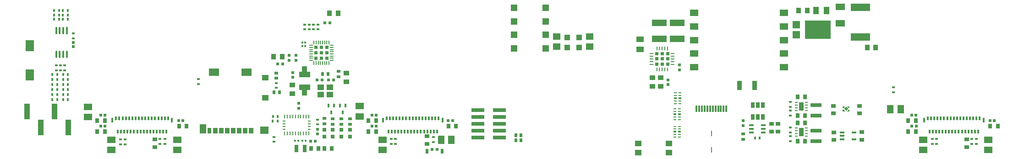
<source format=gtp>
G04*
G04 #@! TF.GenerationSoftware,Altium Limited,Altium Designer,23.5.1 (21)*
G04*
G04 Layer_Color=8421504*
%FSLAX44Y44*%
%MOMM*%
G71*
G04*
G04 #@! TF.SameCoordinates,DE583170-315A-417A-B135-1053CC169A87*
G04*
G04*
G04 #@! TF.FilePolarity,Positive*
G04*
G01*
G75*
%ADD19R,0.5500X0.4500*%
%ADD20R,0.8500X0.3500*%
%ADD21R,0.7000X0.2500*%
%ADD22R,0.2500X0.7000*%
%ADD23O,0.2000X0.7000*%
%ADD24O,0.7000X0.2000*%
%ADD25R,1.0500X1.4000*%
%ADD26R,2.0000X1.0000*%
%ADD27R,1.2000X1.0000*%
%ADD28R,1.5000X2.0000*%
%ADD29R,0.9500X1.7000*%
%ADD30R,0.4000X0.9500*%
%ADD31R,0.3000X0.6500*%
%ADD32R,1.5500X1.3500*%
%ADD33R,1.1700X1.8000*%
%ADD34R,1.9000X1.3500*%
%ADD35R,0.8500X1.1000*%
%ADD36R,0.8750X1.1000*%
%ADD37R,0.7500X1.1000*%
%ADD38R,0.9000X1.6000*%
%ADD39R,0.5000X0.2800*%
%ADD40R,0.8000X0.8000*%
%ADD41R,1.4000X1.0500*%
%ADD42R,1.0000X0.9000*%
%ADD43R,0.9000X0.7000*%
%ADD44R,0.6500X0.5500*%
%ADD45R,0.5500X0.6500*%
%ADD46R,0.4500X0.5500*%
%ADD47R,0.3000X0.7100*%
%ADD48R,1.4000X1.3900*%
%ADD49R,4.8600X3.3600*%
%ADD50R,3.5600X1.4000*%
%ADD51R,2.0000X0.8000*%
%ADD52R,1.2000X1.2000*%
%ADD53R,2.7000X1.1500*%
%ADD54R,1.8000X1.1500*%
%ADD55R,1.4500X1.1500*%
%ADD56R,0.9000X1.0000*%
%ADD57R,0.7000X0.9000*%
%ADD58R,0.6200X0.6200*%
%ADD59R,0.6200X0.6200*%
%ADD60R,0.5200X0.5200*%
%ADD61R,0.5200X0.5200*%
%ADD62R,0.3600X0.3200*%
%ADD63R,1.5000X1.3000*%
%ADD64R,1.3000X1.5000*%
%ADD65R,1.5500X1.2700*%
%ADD66R,1.0000X1.0000*%
%ADD67R,2.4000X0.7600*%
%ADD68R,0.3500X1.4000*%
%ADD69O,0.3500X1.4000*%
%ADD70R,1.0000X3.0000*%
%ADD71R,0.6000X0.5500*%
%ADD72R,0.6000X0.9000*%
%ADD73R,0.5750X0.2500*%
%ADD74R,0.2500X0.6750*%
%ADD75R,0.7500X1.4000*%
%ADD76P,0.8202X4X90.0*%
%ADD77R,0.6500X1.0600*%
%ADD78R,0.8500X0.3500*%
G04:AMPARAMS|DCode=79|XSize=0.2mm|YSize=0.565mm|CornerRadius=0.05mm|HoleSize=0mm|Usage=FLASHONLY|Rotation=90.000|XOffset=0mm|YOffset=0mm|HoleType=Round|Shape=RoundedRectangle|*
%AMROUNDEDRECTD79*
21,1,0.2000,0.4650,0,0,90.0*
21,1,0.1000,0.5650,0,0,90.0*
1,1,0.1000,0.2325,0.0500*
1,1,0.1000,0.2325,-0.0500*
1,1,0.1000,-0.2325,-0.0500*
1,1,0.1000,-0.2325,0.0500*
%
%ADD79ROUNDEDRECTD79*%
G04:AMPARAMS|DCode=80|XSize=0.4mm|YSize=0.565mm|CornerRadius=0.05mm|HoleSize=0mm|Usage=FLASHONLY|Rotation=90.000|XOffset=0mm|YOffset=0mm|HoleType=Round|Shape=RoundedRectangle|*
%AMROUNDEDRECTD80*
21,1,0.4000,0.4650,0,0,90.0*
21,1,0.3000,0.5650,0,0,90.0*
1,1,0.1000,0.2325,0.1500*
1,1,0.1000,0.2325,-0.1500*
1,1,0.1000,-0.2325,-0.1500*
1,1,0.1000,-0.2325,0.1500*
%
%ADD80ROUNDEDRECTD80*%
%ADD81R,0.2000X1.0000*%
%ADD82R,0.3000X1.2000*%
G36*
X428326Y323240D02*
X422326D01*
Y329240D01*
X428326D01*
Y323240D01*
D02*
G37*
G36*
X418326D02*
X412326D01*
Y329240D01*
X418326D01*
Y323240D01*
D02*
G37*
G36*
X408326D02*
X402326D01*
Y329240D01*
X408326D01*
Y323240D01*
D02*
G37*
G36*
X428326Y313240D02*
X422326D01*
Y319240D01*
X428326D01*
Y313240D01*
D02*
G37*
G36*
X418326D02*
X412326D01*
Y319240D01*
X418326D01*
Y313240D01*
D02*
G37*
G36*
X408326D02*
X402326D01*
Y319240D01*
X408326D01*
Y313240D01*
D02*
G37*
G36*
X1058033Y312000D02*
X1052033D01*
Y318000D01*
X1058033D01*
Y312000D01*
D02*
G37*
G36*
X1048033D02*
X1042033D01*
Y318000D01*
X1048033D01*
Y312000D01*
D02*
G37*
G36*
X1038033D02*
X1032033D01*
Y318000D01*
X1038033D01*
Y312000D01*
D02*
G37*
G36*
X428326Y303240D02*
X422326D01*
Y309240D01*
X428326D01*
Y303240D01*
D02*
G37*
G36*
X418326D02*
X412326D01*
Y309240D01*
X418326D01*
Y303240D01*
D02*
G37*
G36*
X408326D02*
X402326D01*
Y309240D01*
X408326D01*
Y303240D01*
D02*
G37*
G36*
X1058033Y302000D02*
X1052033D01*
Y308000D01*
X1058033D01*
Y302000D01*
D02*
G37*
G36*
X1048033D02*
X1042033D01*
Y308000D01*
X1048033D01*
Y302000D01*
D02*
G37*
G36*
X1038033D02*
X1032033D01*
Y308000D01*
X1038033D01*
Y302000D01*
D02*
G37*
G36*
X1058033Y292000D02*
X1052033D01*
Y298000D01*
X1058033D01*
Y292000D01*
D02*
G37*
G36*
X1048033D02*
X1042033D01*
Y298000D01*
X1048033D01*
Y292000D01*
D02*
G37*
G36*
X1038033D02*
X1032033D01*
Y298000D01*
X1038033D01*
Y292000D01*
D02*
G37*
G36*
X388630Y275815D02*
X379630D01*
Y291315D01*
X388630D01*
Y275815D01*
D02*
G37*
G36*
Y236815D02*
X379630D01*
Y252815D01*
X388630D01*
Y236815D01*
D02*
G37*
G36*
X1391219Y214250D02*
X1388919D01*
X1386919Y216250D01*
Y217250D01*
X1391219D01*
Y214250D01*
D02*
G37*
G36*
X1382459Y216250D02*
X1380459Y214250D01*
X1378159D01*
Y217250D01*
X1382459D01*
Y216250D01*
D02*
G37*
G36*
X1391214Y207750D02*
X1385914D01*
X1388914Y210750D01*
X1391214D01*
Y207750D01*
D02*
G37*
G36*
X1382459Y208750D02*
Y207750D01*
X1378159D01*
Y210750D01*
X1380459D01*
X1382459Y208750D01*
D02*
G37*
D19*
X327406Y151456D02*
D03*
Y160456D02*
D03*
X52377Y155750D02*
D03*
Y146750D02*
D03*
X1552242Y156750D02*
D03*
Y147750D02*
D03*
X-43000Y351940D02*
D03*
Y342940D02*
D03*
X1544021Y156750D02*
D03*
Y147750D02*
D03*
X332000Y251138D02*
D03*
Y260138D02*
D03*
X622554Y159948D02*
D03*
Y150948D02*
D03*
X543930Y147691D02*
D03*
Y156691D02*
D03*
X552194Y156691D02*
D03*
Y147691D02*
D03*
X1282000Y225400D02*
D03*
Y216400D02*
D03*
Y208829D02*
D03*
Y199828D02*
D03*
X188187Y258680D02*
D03*
Y267680D02*
D03*
X117143Y147750D02*
D03*
Y156750D02*
D03*
X43840Y155750D02*
D03*
Y146750D02*
D03*
X125930Y147750D02*
D03*
Y156750D02*
D03*
X1472404Y252000D02*
D03*
Y243000D02*
D03*
X1617037Y147750D02*
D03*
Y156750D02*
D03*
X1625537Y147750D02*
D03*
Y156750D02*
D03*
X1282000Y177976D02*
D03*
Y168976D02*
D03*
Y161577D02*
D03*
Y152577D02*
D03*
X384608Y368638D02*
D03*
Y359638D02*
D03*
X408619Y368647D02*
D03*
Y359647D02*
D03*
X392660Y359647D02*
D03*
Y368647D02*
D03*
X400619Y359647D02*
D03*
Y368647D02*
D03*
X-59000Y292750D02*
D03*
Y283750D02*
D03*
X-74750Y292750D02*
D03*
Y283750D02*
D03*
X-66750Y292750D02*
D03*
Y283750D02*
D03*
X408178Y183460D02*
D03*
Y192460D02*
D03*
D20*
X1377250Y162290D02*
D03*
Y168790D02*
D03*
X1399250D02*
D03*
X1377250Y155790D02*
D03*
X1399250D02*
D03*
D21*
X1064533Y315000D02*
D03*
Y310000D02*
D03*
Y305000D02*
D03*
Y300000D02*
D03*
Y295000D02*
D03*
X1025533D02*
D03*
Y300000D02*
D03*
Y305000D02*
D03*
Y310000D02*
D03*
Y315000D02*
D03*
D22*
X1055033Y285500D02*
D03*
X1050033D02*
D03*
X1045033D02*
D03*
X1040033D02*
D03*
X1035033D02*
D03*
Y324500D02*
D03*
X1040033D02*
D03*
X1045033D02*
D03*
X1050033D02*
D03*
X1055033D02*
D03*
D23*
X429326Y297490D02*
D03*
X425326D02*
D03*
X421326D02*
D03*
X417326D02*
D03*
X413326D02*
D03*
X409326D02*
D03*
X405326D02*
D03*
X401326D02*
D03*
Y334990D02*
D03*
X405326D02*
D03*
X409326D02*
D03*
X413326D02*
D03*
X417326D02*
D03*
X421326D02*
D03*
X425326D02*
D03*
X429326D02*
D03*
D24*
X396576Y302240D02*
D03*
Y306240D02*
D03*
Y310240D02*
D03*
Y314240D02*
D03*
Y318240D02*
D03*
Y322240D02*
D03*
Y326240D02*
D03*
Y330240D02*
D03*
X434076D02*
D03*
Y326240D02*
D03*
Y322240D02*
D03*
Y318240D02*
D03*
Y314240D02*
D03*
Y310240D02*
D03*
Y306240D02*
D03*
Y302240D02*
D03*
D25*
X1348500Y395000D02*
D03*
X1329500D02*
D03*
D26*
X384130Y275815D02*
D03*
Y252815D02*
D03*
D27*
X413825Y238978D02*
D03*
X430825Y251978D02*
D03*
X413825D02*
D03*
X430825Y238978D02*
D03*
X311406Y270250D02*
D03*
Y233250D02*
D03*
X1001014Y131500D02*
D03*
Y148500D02*
D03*
X1057014Y131500D02*
D03*
Y148500D02*
D03*
D28*
X-123698Y275336D02*
D03*
Y329336D02*
D03*
D29*
X1216000Y256000D02*
D03*
X1188000D02*
D03*
D30*
X138840Y191658D02*
D03*
X28840D02*
D03*
X638840D02*
D03*
X528840D02*
D03*
X1638840Y191658D02*
D03*
X1528840D02*
D03*
D31*
X38914Y170658D02*
D03*
X44914D02*
D03*
X50914D02*
D03*
X56914D02*
D03*
X62914D02*
D03*
X68914D02*
D03*
X74914D02*
D03*
X80914D02*
D03*
X86914D02*
D03*
X92914D02*
D03*
X98914D02*
D03*
X104914D02*
D03*
X110914D02*
D03*
X116914D02*
D03*
X122914D02*
D03*
X35840Y195158D02*
D03*
X41840D02*
D03*
X47840D02*
D03*
X53840D02*
D03*
X59840D02*
D03*
X65840D02*
D03*
X71840D02*
D03*
X77840D02*
D03*
X83840D02*
D03*
X89840D02*
D03*
X95840D02*
D03*
X101840D02*
D03*
X107840D02*
D03*
X113840D02*
D03*
X119840D02*
D03*
X125840D02*
D03*
X128914Y170658D02*
D03*
X131840Y195158D02*
D03*
X538914Y170658D02*
D03*
X544915D02*
D03*
X550914D02*
D03*
X556914D02*
D03*
X562914D02*
D03*
X568914D02*
D03*
X574914D02*
D03*
X580914D02*
D03*
X586914D02*
D03*
X592914D02*
D03*
X598914D02*
D03*
X604914D02*
D03*
X610914D02*
D03*
X616914D02*
D03*
X622915D02*
D03*
X535840Y195158D02*
D03*
X541840D02*
D03*
X547840D02*
D03*
X553840D02*
D03*
X559840D02*
D03*
X565840D02*
D03*
X571840D02*
D03*
X577840D02*
D03*
X583840D02*
D03*
X589840D02*
D03*
X595840D02*
D03*
X601840D02*
D03*
X607840D02*
D03*
X613840D02*
D03*
X619840D02*
D03*
X625840D02*
D03*
X628914Y170658D02*
D03*
X631840Y195158D02*
D03*
X1625840Y195158D02*
D03*
X1538914Y170658D02*
D03*
X1544915D02*
D03*
X1550914D02*
D03*
X1556914D02*
D03*
X1562914D02*
D03*
X1568914D02*
D03*
X1574915D02*
D03*
X1580914D02*
D03*
X1586915D02*
D03*
X1592914D02*
D03*
X1598914D02*
D03*
X1604914D02*
D03*
X1610914D02*
D03*
X1616914D02*
D03*
X1622914D02*
D03*
X1535840Y195158D02*
D03*
X1541840D02*
D03*
X1547840D02*
D03*
X1553840D02*
D03*
X1559840D02*
D03*
X1565840D02*
D03*
X1571840D02*
D03*
X1577840D02*
D03*
X1583840D02*
D03*
X1589840D02*
D03*
X1595840D02*
D03*
X1601840D02*
D03*
X1607840D02*
D03*
X1613840D02*
D03*
X1619840D02*
D03*
X1628914Y170658D02*
D03*
X1631840Y195158D02*
D03*
D32*
X309656Y173000D02*
D03*
D33*
X196456Y175250D02*
D03*
D34*
X276406Y280000D02*
D03*
X216706D02*
D03*
D35*
X285056Y171750D02*
D03*
X263056D02*
D03*
X252056D02*
D03*
X241056D02*
D03*
X230056D02*
D03*
X219056D02*
D03*
D36*
X274056D02*
D03*
D37*
X208556D02*
D03*
D38*
X1302000Y217000D02*
D03*
X1302000Y169576D02*
D03*
D39*
X1292500Y224500D02*
D03*
Y219500D02*
D03*
Y214500D02*
D03*
Y209500D02*
D03*
X1311500Y224500D02*
D03*
Y219500D02*
D03*
Y214500D02*
D03*
Y209500D02*
D03*
X1292500Y177076D02*
D03*
Y172076D02*
D03*
Y167076D02*
D03*
Y162076D02*
D03*
X1311500Y177076D02*
D03*
Y172076D02*
D03*
Y167076D02*
D03*
Y162076D02*
D03*
D40*
X467860Y173250D02*
D03*
Y160750D02*
D03*
X436277Y173250D02*
D03*
Y160750D02*
D03*
X452000Y160750D02*
D03*
Y173250D02*
D03*
X421000Y173250D02*
D03*
Y160750D02*
D03*
D41*
X1004000Y341500D02*
D03*
Y322500D02*
D03*
D42*
X1026690Y270000D02*
D03*
Y254000D02*
D03*
X1042098Y270000D02*
D03*
Y254000D02*
D03*
X461000Y262444D02*
D03*
Y278444D02*
D03*
X361195Y240888D02*
D03*
Y256888D02*
D03*
D43*
X107192Y141877D02*
D03*
Y155877D02*
D03*
X1607427Y141710D02*
D03*
Y155710D02*
D03*
X610108Y147556D02*
D03*
Y161556D02*
D03*
X1413500Y169290D02*
D03*
Y155290D02*
D03*
X1362500Y168847D02*
D03*
Y154847D02*
D03*
X1409500Y217750D02*
D03*
Y203750D02*
D03*
X1361535Y217750D02*
D03*
Y203750D02*
D03*
X1246697Y170579D02*
D03*
Y184579D02*
D03*
X1259322Y170362D02*
D03*
Y184362D02*
D03*
D44*
X1195000Y156210D02*
D03*
Y166210D02*
D03*
X332000Y279000D02*
D03*
Y269000D02*
D03*
X467860Y194000D02*
D03*
Y184000D02*
D03*
X436277Y194000D02*
D03*
Y184000D02*
D03*
X452000D02*
D03*
Y194000D02*
D03*
X421000Y195000D02*
D03*
Y185000D02*
D03*
X447250Y272250D02*
D03*
Y282250D02*
D03*
D45*
X328000Y243000D02*
D03*
X338000D02*
D03*
X774277Y163681D02*
D03*
X784277D02*
D03*
X774277Y153985D02*
D03*
X784277D02*
D03*
X417250Y277109D02*
D03*
X427250D02*
D03*
D46*
X-78500Y394804D02*
D03*
X-69500D02*
D03*
X-78750Y378250D02*
D03*
X-69750D02*
D03*
X-78555Y386492D02*
D03*
X-69555D02*
D03*
X-62500Y394804D02*
D03*
X-53500D02*
D03*
X-62750Y378250D02*
D03*
X-53750D02*
D03*
X-62555Y386492D02*
D03*
X-53555D02*
D03*
X1225478Y158242D02*
D03*
X1216478D02*
D03*
X-82000Y276100D02*
D03*
X-73000D02*
D03*
X-62000Y276000D02*
D03*
X-53000D02*
D03*
X-82000Y266750D02*
D03*
X-73000D02*
D03*
X-81921Y257500D02*
D03*
X-72921D02*
D03*
X-81921Y248250D02*
D03*
X-72921D02*
D03*
X-81921Y238750D02*
D03*
X-72921D02*
D03*
X-82000Y229515D02*
D03*
X-73000D02*
D03*
X-62000Y266750D02*
D03*
X-53000D02*
D03*
X-62000Y257500D02*
D03*
X-53000D02*
D03*
X-62000Y248250D02*
D03*
X-53000D02*
D03*
X-62000Y238750D02*
D03*
X-53000D02*
D03*
X-62000Y229515D02*
D03*
X-53000D02*
D03*
X325590Y198628D02*
D03*
X334590D02*
D03*
X325446Y189484D02*
D03*
X334446D02*
D03*
D47*
X459406Y218190D02*
D03*
X449406D02*
D03*
X454406Y205990D02*
D03*
X438578Y218190D02*
D03*
X428578D02*
D03*
X433578Y205990D02*
D03*
D48*
X1293180Y368200D02*
D03*
Y349800D02*
D03*
D49*
X1333000Y359000D02*
D03*
D50*
X1411000Y345700D02*
D03*
Y400300D02*
D03*
D51*
X1329500Y152077D02*
D03*
Y172076D02*
D03*
X1329500Y199500D02*
D03*
Y219500D02*
D03*
D52*
X771091Y374337D02*
D03*
Y399337D02*
D03*
X830091Y374337D02*
D03*
Y399337D02*
D03*
X771091Y324500D02*
D03*
Y349500D02*
D03*
X830091Y324500D02*
D03*
Y349500D02*
D03*
D53*
X1073033Y372000D02*
D03*
Y342000D02*
D03*
X1040033Y372000D02*
D03*
Y342000D02*
D03*
D54*
X1374300Y371250D02*
D03*
Y401250D02*
D03*
D55*
X850000Y346000D02*
D03*
Y328000D02*
D03*
X911000Y346000D02*
D03*
Y328000D02*
D03*
D56*
X446285Y389890D02*
D03*
X430285D02*
D03*
X327076Y309533D02*
D03*
X343076D02*
D03*
X1439672Y326390D02*
D03*
X1423672D02*
D03*
X1313000Y395000D02*
D03*
X1297000D02*
D03*
D57*
X15105Y170555D02*
D03*
X1105D02*
D03*
X152031Y180478D02*
D03*
X166031D02*
D03*
X15105Y190555D02*
D03*
X1105D02*
D03*
X1513773Y170555D02*
D03*
X1499773D02*
D03*
X1651301Y180478D02*
D03*
X1665301D02*
D03*
X1513773Y190555D02*
D03*
X1499773D02*
D03*
X516026Y170555D02*
D03*
X502026D02*
D03*
X650045Y180478D02*
D03*
X664045D02*
D03*
X516026Y190555D02*
D03*
X502026D02*
D03*
X1309000Y200329D02*
D03*
X1295000D02*
D03*
X1309000Y234250D02*
D03*
X1295000D02*
D03*
X1309000Y152577D02*
D03*
X1295000D02*
D03*
X1309000Y186576D02*
D03*
X1295000D02*
D03*
X420482Y139281D02*
D03*
X434482D02*
D03*
X410038Y139281D02*
D03*
X396038D02*
D03*
D58*
X1195000Y181374D02*
D03*
Y190374D02*
D03*
X355880Y311447D02*
D03*
Y302447D02*
D03*
X368076Y311428D02*
D03*
Y302428D02*
D03*
X362305Y279750D02*
D03*
Y270750D02*
D03*
X1077033Y284500D02*
D03*
Y293500D02*
D03*
X373634Y213686D02*
D03*
Y222686D02*
D03*
X408178Y165680D02*
D03*
Y174680D02*
D03*
X1055690Y257169D02*
D03*
Y266169D02*
D03*
D59*
X430533Y371411D02*
D03*
X421533D02*
D03*
X334576Y295620D02*
D03*
X343576D02*
D03*
X395042Y152654D02*
D03*
X404042D02*
D03*
X428551Y265622D02*
D03*
X437551D02*
D03*
X416100Y265678D02*
D03*
X407100D02*
D03*
D60*
X-43000Y335440D02*
D03*
Y327440D02*
D03*
D61*
X7605Y180478D02*
D03*
X15605D02*
D03*
X159500Y190555D02*
D03*
X151500D02*
D03*
X7605Y200555D02*
D03*
X15605D02*
D03*
X1506273Y180478D02*
D03*
X1514273D02*
D03*
X1658801Y190555D02*
D03*
X1650801D02*
D03*
X1506173Y200555D02*
D03*
X1514173D02*
D03*
X508423Y180478D02*
D03*
X516423D02*
D03*
X657691Y190555D02*
D03*
X649691D02*
D03*
X508423Y200555D02*
D03*
X516423D02*
D03*
D62*
X385365Y328990D02*
D03*
X379765D02*
D03*
X385365Y334990D02*
D03*
X379765D02*
D03*
X380416Y153188D02*
D03*
X386016D02*
D03*
X372256D02*
D03*
X366656D02*
D03*
D63*
X486013Y198357D02*
D03*
Y217357D02*
D03*
X528182Y136000D02*
D03*
Y155000D02*
D03*
X-16375Y197324D02*
D03*
Y216324D02*
D03*
X149000Y136000D02*
D03*
Y155000D02*
D03*
X27000Y136000D02*
D03*
Y155000D02*
D03*
X1647637Y136000D02*
D03*
Y155000D02*
D03*
X1527517Y136000D02*
D03*
Y155000D02*
D03*
D64*
X655221D02*
D03*
X636221D02*
D03*
X1466500Y212000D02*
D03*
X1485500D02*
D03*
D65*
X1269641Y290000D02*
D03*
Y315000D02*
D03*
Y340000D02*
D03*
Y365000D02*
D03*
Y390000D02*
D03*
X1104141Y290000D02*
D03*
Y315000D02*
D03*
Y340000D02*
D03*
Y365000D02*
D03*
Y390000D02*
D03*
D66*
X891472Y326000D02*
D03*
X869472D02*
D03*
X891472Y345000D02*
D03*
X869472D02*
D03*
D67*
X743750Y158850D02*
D03*
Y171550D02*
D03*
Y184250D02*
D03*
Y196950D02*
D03*
Y209650D02*
D03*
X704750Y158850D02*
D03*
Y171550D02*
D03*
Y184250D02*
D03*
Y196950D02*
D03*
Y209650D02*
D03*
D68*
X-55250Y357000D02*
D03*
D69*
X-61750D02*
D03*
X-68250D02*
D03*
X-74750D02*
D03*
X-61750Y313000D02*
D03*
X-55250D02*
D03*
X-68250D02*
D03*
X-74750D02*
D03*
D70*
X-52433Y177786D02*
D03*
X-77833Y207786D02*
D03*
X-103233Y177786D02*
D03*
X-128633Y207786D02*
D03*
D71*
X628832Y137536D02*
D03*
X619832D02*
D03*
D72*
X638332Y134286D02*
D03*
X610332D02*
D03*
D73*
X392695Y189750D02*
D03*
Y184750D02*
D03*
Y179750D02*
D03*
Y174750D02*
D03*
X346445D02*
D03*
Y179750D02*
D03*
Y184750D02*
D03*
Y189750D02*
D03*
D74*
X347070Y197875D02*
D03*
X352070D02*
D03*
X357070D02*
D03*
X362070D02*
D03*
X367070Y197875D02*
D03*
X372070D02*
D03*
X377070Y197875D02*
D03*
X382070D02*
D03*
X387070D02*
D03*
X392070D02*
D03*
X387070Y166625D02*
D03*
X382070D02*
D03*
X377070D02*
D03*
X372070Y166625D02*
D03*
X367070D02*
D03*
X362070Y166625D02*
D03*
X357070D02*
D03*
X352070D02*
D03*
X347070D02*
D03*
X392070D02*
D03*
D75*
X369456Y139281D02*
D03*
X384056D02*
D03*
D76*
X1384689Y212500D02*
D03*
D77*
X1212250Y219500D02*
D03*
X1221750D02*
D03*
X1231250D02*
D03*
Y197500D02*
D03*
X1221750D02*
D03*
X1212250D02*
D03*
D78*
X1210000Y182000D02*
D03*
Y175500D02*
D03*
Y169000D02*
D03*
X1232000D02*
D03*
Y175500D02*
D03*
Y182000D02*
D03*
D79*
X1077175Y160000D02*
D03*
Y165000D02*
D03*
Y175000D02*
D03*
Y180000D02*
D03*
X1068825D02*
D03*
Y175000D02*
D03*
Y165000D02*
D03*
Y160000D02*
D03*
X1077442Y242000D02*
D03*
Y237000D02*
D03*
Y227000D02*
D03*
Y222000D02*
D03*
X1069092D02*
D03*
Y227000D02*
D03*
Y237000D02*
D03*
Y242000D02*
D03*
X1077175Y212672D02*
D03*
Y207672D02*
D03*
Y197672D02*
D03*
Y192672D02*
D03*
X1068825D02*
D03*
Y197672D02*
D03*
Y207672D02*
D03*
Y212672D02*
D03*
D80*
X1077175Y170000D02*
D03*
X1068825D02*
D03*
X1077442Y232000D02*
D03*
X1069092D02*
D03*
X1077175Y202672D02*
D03*
X1068825D02*
D03*
D81*
X1136000Y167074D02*
D03*
Y136074D02*
D03*
D82*
X1108500Y212873D02*
D03*
X1113500D02*
D03*
X1118500D02*
D03*
X1123500D02*
D03*
X1128500D02*
D03*
X1133500D02*
D03*
X1138500D02*
D03*
X1143500D02*
D03*
X1148500D02*
D03*
X1153500D02*
D03*
X1158500D02*
D03*
X1163500D02*
D03*
M02*

</source>
